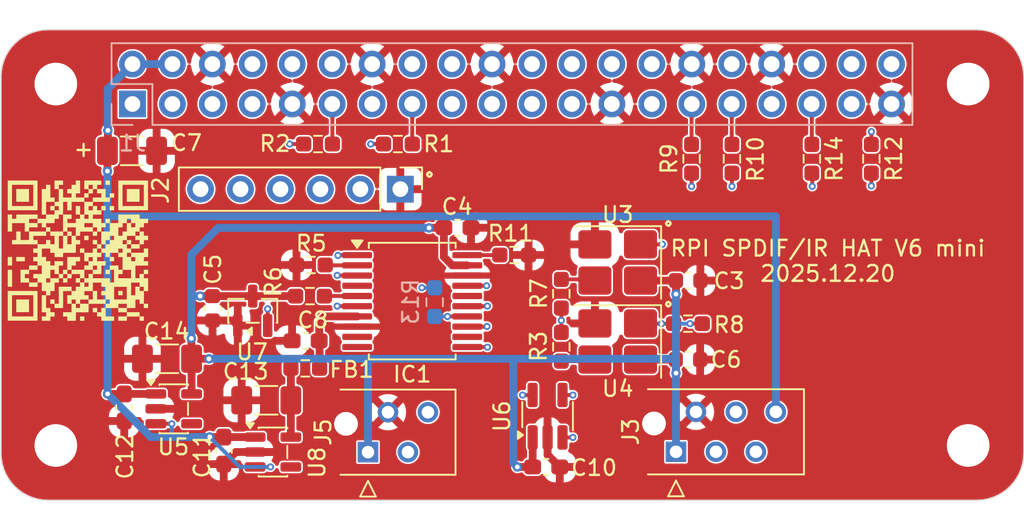
<source format=kicad_pcb>
(kicad_pcb (version 20241229) (generator "pcbnew") (generator_version "9.0")
  (title_block (date "2025-12-20"))
  (layers (0 "F.Cu" signal) (4 "In1.Cu" signal) (6 "In2.Cu" signal) (2 "B.Cu" signal) (13 "F.Paste" user) (15 "B.Paste" user) (5 "F.SilkS" user "F.Silkscreen") (7 "B.SilkS" user "B.Silkscreen") (1 "F.Mask" user) (3 "B.Mask" user) (25 "Edge.Cuts" user))
  (net 0 "")
  (net 1 "GND")
  (net 2 "/GPIO2{slash}SDA1")
  (net 3 "/GPIO3{slash}SCL1")
  (net 4 "/GPIO4{slash}GPCLK0")
  (net 5 "/GPIO14{slash}TXD0")
  (net 6 "/GPIO15{slash}RXD0")
  (net 7 "/GPIO17")
  (net 8 "/GPIO18{slash}PCM.CLK")
  (net 9 "/GPIO27")
  (net 10 "/GPIO22")
  (net 11 "/GPIO23")
  (net 12 "/GPIO26")
  (net 13 "/GPIO24")
  (net 14 "/GPIO10{slash}SPI0.MOSI")
  (net 15 "/GPIO9{slash}SPI0.MISO")
  (net 16 "/GPIO25")
  (net 17 "/GPIO11{slash}SPI0.SCLK")
  (net 18 "/GPIO8{slash}SPI0.CE0")
  (net 19 "/GPIO7{slash}SPI0.CE1")
  (net 20 "/ID_SDA")
  (net 21 "/ID_SCL")
  (net 22 "/GPIO5")
  (net 23 "/GPIO6")
  (net 24 "/GPIO12{slash}PWM0")
  (net 25 "/GPIO13{slash}PWM1")
  (net 26 "/GPIO19{slash}PCM.FS")
  (net 27 "/GPIO16")
  (net 28 "/GPIO20{slash}PCM.DIN")
  (net 29 "/GPIO21{slash}PCM.DOUT")
  (net 30 "+5V")
  (net 31 "+3V3")
  (net 32 "Net-(IC1-XIN)")
  (net 35 "Net-(IC1-GPO0{slash}SWIFMODE)")
  (net 36 "Net-(IC1-CSB{slash}GPO1)")
  (net 37 "Net-(IC1-RESETB)")
  (net 41 "Net-(IC1-RX0)")
  (net 42 "/IRIN")
  (net 43 "Net-(IC1-PVDD)")
  (net 47 "Net-(U4-CLK)")
  (net 48 "Net-(U3-CLK)")
  (net 49 "Net-(U4-INH)")
  (net 50 "Net-(U3-INH)")
  (net 51 "+3.3VP")
  (net 52 "+3.3VA")
  (net 55 "Net-(IC1-DIN)")
  (net 56 "Net-(IC1-BCLK)")
  (net 57 "Net-(IC1-LRCLK)")
  (net 58 "Net-(IC1-TX0)")
  (net 60 "/SPDIF-")
  (net 61 "/SPDIF+")
  (footprint "Capacitor_SMD:C_1206_3216Metric_Pad1.33x1.80mm_HandSolder" (layer "F.Cu") (at 110.5677 90.983)
    (property "Reference" "C14" (at -0.0267 -1.7526 0) (layer "F.SilkS"))
    (property "Value" "10uF/25V")
    (pad "1" smd roundrect (at -1.5625 0) (size 1.325 1.8) (layers "F.Cu" "F.Mask" "F.Paste") (roundrect_rratio 0.188679) (net 1 "GND"))
    (pad "2" smd roundrect (at 1.5625 0) (size 1.325 1.8) (layers "F.Cu" "F.Mask" "F.Paste") (roundrect_rratio 0.188679) (net 31 "+3V3"))
  )
  (footprint "MountingHole:MountingHole_2.7mm_M2.5" (layer "F.Cu") (at 161.5 73.5)
    (property "Reference" "MH2" (hide yes))
    (property "Value" "MountingHole_2.7mm_M2.5" (hide yes))
    (pad "" np_thru_hole circle (at 0 0) (size 2.7 2.7) (drill 2.7) (layers "*.Cu" "*.Mask"))
  )
  (footprint "Capacitor_SMD:C_1206_3216Metric_Pad1.33x1.80mm_HandSolder" (layer "F.Cu") (at 108.3435 77.7496)
    (property "Reference" "C7" (at 3.4675 -0.508 0) (layer "F.SilkS"))
    (property "Value" "47uF/6.3V")
    (pad "1" smd roundrect (at -1.5625 0) (size 1.325 1.8) (layers "F.Cu" "F.Mask" "F.Paste") (roundrect_rratio 0.188679) (net 30 "+5V"))
    (pad "2" smd roundrect (at 1.5625 0) (size 1.325 1.8) (layers "F.Cu" "F.Mask" "F.Paste") (roundrect_rratio 0.188679) (net 1 "GND"))
  )
  (footprint "Resistor_SMD:R_0603_1608Metric_Pad0.98x0.95mm_HandSolder" (layer "F.Cu") (at 120.1695 77.3178)
    (property "Reference" "R2" (at -2.7451 -0.0254 0) (layer "F.SilkS"))
    (property "Value" "0R")
    (pad "1" smd roundrect (at -0.9125 0) (size 0.975 0.95) (layers "F.Cu" "F.Mask" "F.Paste") (net 42 "/IRIN"))
    (pad "2" smd roundrect (at 0.9125 0) (size 0.975 0.95) (layers "F.Cu" "F.Mask" "F.Paste") (net 7 "/GPIO17"))
  )
  (footprint "Resistor_SMD:R_0603_1608Metric_Pad0.98x0.95mm_HandSolder" (layer "F.Cu") (at 119.6577 86.9952 180)
    (property "Reference" "R6" (at 2.3349 0.9144 90) (layer "F.SilkS"))
    (property "Value" "10k")
    (pad "1" smd roundrect (at -0.9125 0 180) (size 0.975 0.95) (layers "F.Cu" "F.Mask" "F.Paste") (net 36 "Net-(IC1-CSB{slash}GPO1)"))
    (pad "2" smd roundrect (at 0.9125 0 180) (size 0.975 0.95) (layers "F.Cu" "F.Mask" "F.Paste") (net 31 "+3V3"))
  )
  (footprint "Capacitor_SMD:C_0603_1608Metric_Pad1.08x0.95mm_HandSolder" (layer "F.Cu") (at 134.6749 97.8664 180)
    (property "Reference" "C10" (at -3.0441 -0.0508 0) (layer "F.SilkS"))
    (property "Value" "1uF/25V")
    (pad "1" smd roundrect (at -0.8625 0 180) (size 1.075 0.95) (layers "F.Cu" "F.Mask" "F.Paste") (net 1 "GND"))
    (pad "2" smd roundrect (at 0.8625 0 180) (size 1.075 0.95) (layers "F.Cu" "F.Mask" "F.Paste") (net 31 "+3V3"))
  )
  (footprint "Resistor_SMD:R_0603_1608Metric_Pad0.98x0.95mm_HandSolder" (layer "F.Cu") (at 155.3466 78.2557 -90)
    (property "Reference" "R12" (at 0 -1.43 90) (layer "F.SilkS"))
    (property "Value" "33R")
    (pad "1" smd roundrect (at -0.9125 0 270) (size 0.975 0.95) (layers "F.Cu" "F.Mask" "F.Paste") (net 29 "/GPIO21{slash}PCM.DOUT"))
    (pad "2" smd roundrect (at 0.9125 0 270) (size 0.975 0.95) (layers "F.Cu" "F.Mask" "F.Paste") (net 55 "Net-(IC1-DIN)"))
  )
  (footprint "Package_TO_SOT_SMD:SOT-23-5" (layer "F.Cu") (at 117.3029 96.9164)
    (property "Reference" "U8" (at 2.8139 0.6706 90) (layer "F.SilkS"))
    (property "Value" "NCP163ASN330T1G")
    (pad "1" smd roundrect (at -1.1375 -0.95) (size 1.325 0.6) (layers "F.Cu" "F.Mask" "F.Paste") (net 30 "+5V"))
    (pad "2" smd roundrect (at -1.1375 0) (size 1.325 0.6) (layers "F.Cu" "F.Mask" "F.Paste") (net 1 "GND"))
    (pad "3" smd roundrect (at -1.1375 0.95) (size 1.325 0.6) (layers "F.Cu" "F.Mask" "F.Paste") (net 30 "+5V"))
    (pad "4" smd roundrect (at 1.1375 0.95) (size 1.325 0.6) (layers "F.Cu" "F.Mask" "F.Paste"))
    (pad "5" smd roundrect (at 1.1375 -0.95) (size 1.325 0.6) (layers "F.Cu" "F.Mask" "F.Paste") (net 52 "+3.3VA"))
  )
  (footprint "Capacitor_SMD:C_0603_1608Metric_Pad1.08x0.95mm_HandSolder" (layer "F.Cu") (at 107.8486 94.0807 90)
    (property "Reference" "C12" (at -3.1253 0.0508 90) (layer "F.SilkS"))
    (property "Value" "1uF/25V")
    (pad "1" smd roundrect (at -0.8625 0 90) (size 1.075 0.95) (layers "F.Cu" "F.Mask" "F.Paste") (net 1 "GND"))
    (pad "2" smd roundrect (at 0.8625 0 90) (size 1.075 0.95) (layers "F.Cu" "F.Mask" "F.Paste") (net 30 "+5V"))
  )
  (footprint "Resistor_SMD:R_0603_1608Metric_Pad0.98x0.95mm_HandSolder" (layer "F.Cu") (at 132.6371 84.379)
    (property "Reference" "R11" (at -0.2267 -1.3716 0) (layer "F.SilkS"))
    (property "Value" "10k")
    (pad "1" smd roundrect (at -0.9125 0) (size 0.975 0.95) (layers "F.Cu" "F.Mask" "F.Paste") (net 41 "Net-(IC1-RX0)"))
    (pad "2" smd roundrect (at 0.9125 0) (size 0.975 0.95) (layers "F.Cu" "F.Mask" "F.Paste") (net 1 "GND"))
  )
  (footprint "Resistor_SMD:R_0603_1608Metric_Pad0.98x0.95mm_HandSolder" (layer "F.Cu") (at 119.7123 85.014 180)
    (property "Reference" "R5" (at -0.0235 1.3716 0) (layer "F.SilkS"))
    (property "Value" "10k")
    (pad "1" smd roundrect (at -0.9125 0 180) (size 0.975 0.95) (layers "F.Cu" "F.Mask" "F.Paste") (net 35 "Net-(IC1-GPO0{slash}SWIFMODE)"))
    (pad "2" smd roundrect (at 0.9125 0 180) (size 0.975 0.95) (layers "F.Cu" "F.Mask" "F.Paste") (net 1 "GND"))
  )
  (footprint "Resistor_SMD:R_0603_1608Metric_Pad0.98x0.95mm_HandSolder" (layer "F.Cu") (at 143.9166 78.2557 90)
    (property "Reference" "R9" (at 0 -1.43 90) (layer "F.SilkS"))
    (property "Value" "0R")
    (pad "1" smd roundrect (at -0.9125 0 90) (size 0.975 0.95) (layers "F.Cu" "F.Mask" "F.Paste") (net 49 "Net-(U4-INH)"))
    (pad "2" smd roundrect (at 0.9125 0 90) (size 0.975 0.95) (layers "F.Cu" "F.Mask" "F.Paste") (net 22 "/GPIO5"))
  )
  (footprint "Connector_PinHeader_2.54mm:PinHeader_1x06_P2.54mm_Vertical" (layer "F.Cu") (at 125.4 80.188 -90)
    (property "Reference" "J2" (at 0.0762 15.24 90) (layer "F.SilkS"))
    (property "Value" "TTL-232R-3V3")
    (pad "1" thru_hole rect (at 0 0 270) (size 1.7 1.7) (drill 1) (layers "*.Cu" "*.Mask") (net 1 "GND"))
    (pad "2" thru_hole circle (at 0 2.54 270) (size 1.7 1.7) (drill 1) (layers "*.Cu" "*.Mask"))
    (pad "3" thru_hole circle (at 0 5.08 270) (size 1.7 1.7) (drill 1) (layers "*.Cu" "*.Mask"))
    (pad "4" thru_hole circle (at 0 7.62 270) (size 1.7 1.7) (drill 1) (layers "*.Cu" "*.Mask") (net 6 "/GPIO15{slash}RXD0"))
    (pad "5" thru_hole circle (at 0 10.16 270) (size 1.7 1.7) (drill 1) (layers "*.Cu" "*.Mask") (net 5 "/GPIO14{slash}TXD0"))
    (pad "6" thru_hole circle (at 0 12.7 270) (size 1.7 1.7) (drill 1) (layers "*.Cu" "*.Mask"))
  )
  (footprint "Resistor_SMD:R_0603_1608Metric_Pad0.98x0.95mm_HandSolder" (layer "F.Cu") (at 146.482 78.2557 90)
    (property "Reference" "R10" (at -0.0273 1.4986 90) (layer "F.SilkS"))
    (property "Value" "0R")
    (pad "1" smd roundrect (at -0.9125 0 90) (size 0.975 0.95) (layers "F.Cu" "F.Mask" "F.Paste") (net 50 "Net-(U3-INH)"))
    (pad "2" smd roundrect (at 0.9125 0 90) (size 0.975 0.95) (layers "F.Cu" "F.Mask" "F.Paste") (net 23 "/GPIO6"))
  )
  (footprint "MountingHole:MountingHole_2.7mm_M2.5" (layer "F.Cu") (at 103.5 96.5)
    (property "Reference" "MH3" (hide yes))
    (property "Value" "MountingHole_2.7mm_M2.5" (hide yes))
    (pad "" np_thru_hole circle (at 0 0) (size 2.7 2.7) (drill 2.7) (layers "*.Cu" "*.Mask"))
  )
  (footprint "Capacitor_SMD:C_0603_1608Metric_Pad1.08x0.95mm_HandSolder" (layer "F.Cu") (at 114.1732 96.8261 90)
    (property "Reference" "C11" (at -0.3037 -1.3716 90) (layer "F.SilkS"))
    (property "Value" "1uF/25V")
    (pad "1" smd roundrect (at -0.8625 0 90) (size 1.075 0.95) (layers "F.Cu" "F.Mask" "F.Paste") (net 1 "GND"))
    (pad "2" smd roundrect (at 0.8625 0 90) (size 1.075 0.95) (layers "F.Cu" "F.Mask" "F.Paste") (net 30 "+5V"))
  )
  (footprint "Package_TO_SOT_SMD:SOT-23-5" (layer "F.Cu") (at 110.9927 94.1682)
    (property "Reference" "U5" (at -0.0199 2.4282 0) (layer "F.SilkS"))
    (property "Value" "NCP163ASN330T1G")
    (pad "1" smd roundrect (at -1.1375 -0.95) (size 1.325 0.6) (layers "F.Cu" "F.Mask" "F.Paste") (net 30 "+5V"))
    (pad "2" smd roundrect (at -1.1375 0) (size 1.325 0.6) (layers "F.Cu" "F.Mask" "F.Paste") (net 1 "GND"))
    (pad "3" smd roundrect (at -1.1375 0.95) (size 1.325 0.6) (layers "F.Cu" "F.Mask" "F.Paste") (net 30 "+5V"))
    (pad "4" smd roundrect (at 1.1375 0.95) (size 1.325 0.6) (layers "F.Cu" "F.Mask" "F.Paste"))
    (pad "5" smd roundrect (at 1.1375 -0.95) (size 1.325 0.6) (layers "F.Cu" "F.Mask" "F.Paste") (net 31 "+3V3"))
  )
  (footprint "MountingHole:MountingHole_2.7mm_M2.5" (layer "F.Cu") (at 103.5 73.5)
    (property "Reference" "MH1" (hide yes))
    (property "Value" "MountingHole_2.7mm_M2.5" (hide yes))
    (pad "" np_thru_hole circle (at 0 0) (size 2.7 2.7) (drill 2.7) (layers "*.Cu" "*.Mask"))
  )
  (footprint "LOGO" (layer "F.Cu") (at 104.9022 84.0996)
    (property "Reference" "G***" (hide yes))
    (property "Value" "LOGO" (hide yes))
  )
  (footprint "Capacitor_SMD:C_0603_1608Metric" (layer "F.Cu") (at 143.688 91.0338)
    (property "Reference" "C6" (at 2.4254 0 0) (layer "F.SilkS"))
    (property "Value" "1uF/25V")
    (pad "1" smd roundrect (at -0.775 0) (size 0.9 0.95) (layers "F.Cu" "F.Mask" "F.Paste") (net 31 "+3V3"))
    (pad "2" smd roundrect (at 0.775 0) (size 0.9 0.95) (layers "F.Cu" "F.Mask" "F.Paste") (net 1 "GND"))
  )
  (footprint "Capacitor_SMD:C_0603_1608Metric_Pad1.08x0.95mm_HandSolder" (layer "F.Cu") (at 129.0311 82.644045 180)
    (property "Reference" "C4" (at 0.0243 1.338445 180) (layer "F.SilkS"))
    (property "Value" "1uF/25V")
    (pad "1" smd roundrect (at -0.8625 0 180) (size 1.075 0.95) (layers "F.Cu" "F.Mask" "F.Paste") (net 1 "GND"))
    (pad "2" smd roundrect (at 0.8625 0 180) (size 1.075 0.95) (layers "F.Cu" "F.Mask" "F.Paste") (net 31 "+3V3"))
  )
  (footprint "Resistor_SMD:R_0603_1608Metric_Pad0.98x0.95mm_HandSolder" (layer "F.Cu") (at 135.6362 86.8447 90)
    (property "Reference" "R7" (at 0 -1.43 90) (layer "F.SilkS"))
    (property "Value" "33R")
    (pad "1" smd roundrect (at -0.9125 0 90) (size 0.975 0.95) (layers "F.Cu" "F.Mask" "F.Paste") (net 32 "Net-(IC1-XIN)"))
    (pad "2" smd roundrect (at 0.9125 0 90) (size 0.975 0.95) (layers "F.Cu" "F.Mask" "F.Paste") (net 48 "Net-(U3-CLK)"))
  )
  (footprint "Connector_TE-Connectivity:TE_Micro-MaTch_215079-4_2x02_P1.27mm_Vertical" (layer "F.Cu") (at 123.3456 96.9232 90)
    (property "Reference" "J5" (at 1.27 -2.85 90) (layer "F.SilkS"))
    (property "Value" "TE MicroMatch")
    (pad "" np_thru_hole circle (at 1.8 -1.4 90) (size 1.5 1.5) (drill 1.5) (layers "*.Cu" "*.Mask"))
    (pad "1" thru_hole rect (at 0 0 90) (size 1.3 1.3) (drill 0.8) (layers "*.Cu" "*.Mask") (net 31 "+3V3"))
    (pad "2" thru_hole circle (at 2.54 1.27 90) (size 1.3 1.3) (drill 0.8) (layers "*.Cu" "*.Mask") (net 1 "GND"))
    (pad "3" thru_hole circle (at 0 2.54 90) (size 1.3 1.3) (drill 0.8) (layers "*.Cu" "*.Mask") (net 42 "/IRIN"))
    (pad "4" thru_hole circle (at 2.54 3.81 90) (size 1.3 1.3) (drill 0.8) (layers "*.Cu" "*.Mask"))
  )
  (footprint "Package_SO:SSOP-20_5.3x7.2mm_P0.65mm" (layer "F.Cu") (at 126.1568 87.312445)
    (property "Reference" "IC1" (at 0 4.661155 0) (layer "F.SilkS"))
    (property "Value" "WM8804GEDS_V")
    (pad "1" smd roundrect (at -3.5 -2.925) (size 1.9 0.4) (layers "F.Cu" "F.Mask" "F.Paste") (net 3 "/GPIO3{slash}SCL1"))
    (pad "2" smd roundrect (at -3.5 -2.275) (size 1.9 0.4) (layers "F.Cu" "F.Mask" "F.Paste") (net 35 "Net-(IC1-GPO0{slash}SWIFMODE)"))
    (pad "3" smd roundrect (at -3.5 -1.625) (size 1.9 0.4) (layers "F.Cu" "F.Mask" "F.Paste") (net 2 "/GPIO2{slash}SDA1"))
    (pad "4" smd roundrect (at -3.5 -0.975) (size 1.9 0.4) (layers "F.Cu" "F.Mask" "F.Paste"))
    (pad "5" smd roundrect (at -3.5 -0.325) (size 1.9 0.4) (layers "F.Cu" "F.Mask" "F.Paste") (net 36 "Net-(IC1-CSB{slash}GPO1)"))
    (pad "6" smd roundrect (at -3.5 0.325) (size 1.9 0.4) (layers "F.Cu" "F.Mask" "F.Paste") (net 37 "Net-(IC1-RESETB)"))
    (pad "7" smd roundrect (at -3.5 0.975) (size 1.9 0.4) (layers "F.Cu" "F.Mask" "F.Paste") (net 43 "Net-(IC1-PVDD)"))
    (pad "8" smd roundrect (at -3.5 1.625) (size 1.9 0.4) (layers "F.Cu" "F.Mask" "F.Paste") (net 1 "GND"))
    (pad "9" smd roundrect (at -3.5 2.275) (size 1.9 0.4) (layers "F.Cu" "F.Mask" "F.Paste"))
    (pad "10" smd roundrect (at -3.5 2.925) (size 1.9 0.4) (layers "F.Cu" "F.Mask" "F.Paste"))
    (pad "11" smd roundrect (at 3.5 2.925) (size 1.9 0.4) (layers "F.Cu" "F.Mask" "F.Paste") (net 32 "Net-(IC1-XIN)"))
    (pad "12" smd roundrect (at 3.5 2.275) (size 1.9 0.4) (layers "F.Cu" "F.Mask" "F.Paste"))
    (pad "13" smd roundrect (at 3.5 1.625) (size 1.9 0.4) (layers "F.Cu" "F.Mask" "F.Paste") (net 55 "Net-(IC1-DIN)"))
    (pad "14" smd roundrect (at 3.5 0.975) (size 1.9 0.4) (layers "F.Cu" "F.Mask" "F.Paste") (net 56 "Net-(IC1-BCLK)"))
    (pad "15" smd roundrect (at 3.5 0.325) (size 1.9 0.4) (layers "F.Cu" "F.Mask" "F.Paste") (net 57 "Net-(IC1-LRCLK)"))
    (pad "16" smd roundrect (at 3.5 -0.325) (size 1.9 0.4) (layers "F.Cu" "F.Mask" "F.Paste"))
    (pad "17" smd roundrect (at 3.5 -0.975) (size 1.9 0.4) (layers "F.Cu" "F.Mask" "F.Paste") (net 58 "Net-(IC1-TX0)"))
    (pad "18" smd roundrect (at 3.5 -1.625) (size 1.9 0.4) (layers "F.Cu" "F.Mask" "F.Paste") (net 1 "GND"))
    (pad "19" smd roundrect (at 3.5 -2.275) (size 1.9 0.4) (layers "F.Cu" "F.Mask" "F.Paste") (net 31 "+3V3"))
    (pad "20" smd roundrect (at 3.5 -2.925) (size 1.9 0.4) (layers "F.Cu" "F.Mask" "F.Paste") (net 41 "Net-(IC1-RX0)"))
  )
  (footprint "Capacitor_SMD:C_0603_1608Metric_Pad1.08x0.95mm_HandSolder" (layer "F.Cu") (at 119.3813 89.84)
    (property "Reference" "C8" (at 0.4561 -1.3208 0) (layer "F.SilkS"))
    (property "Value" "1uF/25V")
    (pad "1" smd roundrect (at -0.8625 0) (size 1.075 0.95) (layers "F.Cu" "F.Mask" "F.Paste") (net 1 "GND"))
    (pad "2" smd roundrect (at 0.8625 0) (size 1.075 0.95) (layers "F.Cu" "F.Mask" "F.Paste") (net 43 "Net-(IC1-PVDD)"))
  )
  (footprint "Capacitor_SMD:C_0603_1608Metric" (layer "F.Cu") (at 143.701 86.0046)
    (property "Reference" "C3" (at 2.6032 0.0254 0) (layer "F.SilkS"))
    (property "Value" "1uF/25V")
    (pad "1" smd roundrect (at -0.775 0) (size 0.9 0.95) (layers "F.Cu" "F.Mask" "F.Paste") (net 31 "+3V3"))
    (pad "2" smd roundrect (at 0.775 0) (size 0.9 0.95) (layers "F.Cu" "F.Mask" "F.Paste") (net 1 "GND"))
  )
  (footprint "Resistor_SMD:R_0603_1608Metric_Pad0.98x0.95mm_HandSolder" (layer "F.Cu") (at 151.562 78.2557 -90)
    (property "Reference" "R14" (at 0 -1.43 90) (layer "F.SilkS"))
    (property "Value" "33R")
    (pad "1" smd roundrect (at -0.9125 0 270) (size 0.975 0.95) (layers "F.Cu" "F.Mask" "F.Paste") (net 26 "/GPIO19{slash}PCM.FS"))
    (pad "2" smd roundrect (at 0.9125 0 270) (size 0.975 0.95) (layers "F.Cu" "F.Mask" "F.Paste") (net 57 "Net-(IC1-LRCLK)"))
  )
  (footprint "Package_TO_SOT_SMD:SOT-23" (layer "F.Cu") (at 116.0172 87.9327 90)
    (property "Reference" "U7" (at -2.6185 -0.0406 180) (layer "F.SilkS"))
    (property "Value" "APX809S-31SA-7")
    (pad "1" smd roundrect (at -0.9375 -0.95 90) (size 1.475 0.6) (layers "F.Cu" "F.Mask" "F.Paste") (net 1 "GND"))
    (pad "2" smd roundrect (at -0.9375 0.95 90) (size 1.475 0.6) (layers "F.Cu" "F.Mask" "F.Paste") (net 37 "Net-(IC1-RESETB)"))
    (pad "3" smd roundrect (at 0.9375 0 90) (size 1.475 0.6) (layers "F.Cu" "F.Mask" "F.Paste") (net 31 "+3V3"))
  )
  (footprint "MountingHole:MountingHole_2.7mm_M2.5" (layer "F.Cu") (at 161.5 96.5)
    (property "Reference" "MH4" (hide yes))
    (property "Value" "MountingHole_2.7mm_M2.5" (hide yes))
    (pad "" np_thru_hole circle (at 0 0) (size 2.7 2.7) (drill 2.7) (layers "*.Cu" "*.Mask"))
  )
  (footprint "Capacitor_SMD:C_0603_1608Metric" (layer "F.Cu") (at 113.462 87.7702 -90)
    (property "Reference" "C5" (at -2.4768 -0.0254 90) (layer "F.SilkS"))
    (property "Value" "1uF/25V")
    (pad "1" smd roundrect (at -0.775 0 270) (size 0.9 0.95) (layers "F.Cu" "F.Mask" "F.Paste") (net 31 "+3V3"))
    (pad "2" smd roundrect (at 0.775 0 270) (size 0.9 0.95) (layers "F.Cu" "F.Mask" "F.Paste") (net 1 "GND"))
  )
  (footprint "Resistor_SMD:R_0603_1608Metric_Pad0.98x0.95mm_HandSolder" (layer "F.Cu") (at 135.6362 90.2191 -90)
    (property "Reference" "R3" (at -0.0235 1.4478 90) (layer "F.SilkS"))
    (property "Value" "33R")
    (pad "1" smd roundrect (at -0.9125 0 270) (size 0.975 0.95) (layers "F.Cu" "F.Mask" "F.Paste") (net 32 "Net-(IC1-XIN)"))
    (pad "2" smd roundrect (at 0.9125 0 270) (size 0.975 0.95) (layers "F.Cu" "F.Mask" "F.Paste") (net 47 "Net-(U4-CLK)"))
  )
  (footprint "Crystal:Crystal_SMD_3225-4Pin_3.2x2.5mm_HandSoldering" (layer "F.Cu") (at 139.2198 89.8838 180)
    (property "Reference" "U4" (at 0 -3 180) (layer "F.SilkS"))
    (property "Value" "KC3225Z22.5792C15XXK")
    (pad "1" smd roundrect (at -1.45 1.15 180) (size 2.1 1.8) (layers "F.Cu" "F.Mask" "F.Paste") (roundrect_rratio 0.138889) (net 49 "Net-(U4-INH)"))
    (pad "2" smd roundrect (at 1.45 1.15 180) (size 2.1 1.8) (layers "F.Cu" "F.Mask" "F.Paste") (roundrect_rratio 0.138889) (net 1 "GND"))
    (pad "3" smd roundrect (at 1.45 -1.15 180) (size 2.1 1.8) (layers "F.Cu" "F.Mask" "F.Paste") (roundrect_rratio 0.138889) (net 47 "Net-(U4-CLK)"))
    (pad "4" smd roundrect (at -1.45 -1.15 180) (size 2.1 1.8) (layers "F.Cu" "F.Mask" "F.Paste") (roundrect_rratio 0.138889) (net 31 "+3V3"))
  )
  (footprint "Resistor_SMD:R_0603_1608Metric_Pad0.98x0.95mm_HandSolder" (layer "F.Cu") (at 125.2457 77.3178)
    (property "Reference" "R1" (at 2.5927 0 0) (layer "F.SilkS"))
    (property "Value" "0R")
    (pad "1" smd roundrect (at -0.9125 0) (size 0.975 0.95) (layers "F.Cu" "F.Mask" "F.Paste") (net 42 "/IRIN"))
    (pad "2" smd roundrect (at 0.9125 0) (size 0.975 0.95) (layers "F.Cu" "F.Mask" "F.Paste") (net 10 "/GPIO22"))
  )
  (footprint "Capacitor_SMD:C_1206_3216Metric_Pad1.33x1.80mm_HandSolder" (layer "F.Cu") (at 116.8779 93.6246)
    (property "Reference" "C13" (at -1.3077 -1.8288 0) (layer "F.SilkS"))
    (property "Value" "10uF/25V")
    (pad "1" smd roundrect (at -1.5625 0) (size 1.325 1.8) (layers "F.Cu" "F.Mask" "F.Paste") (roundrect_rratio 0.188679) (net 1 "GND"))
    (pad "2" smd roundrect (at 1.5625 0) (size 1.325 1.8) (layers "F.Cu" "F.Mask" "F.Paste") (roundrect_rratio 0.188679) (net 52 "+3.3VA"))
  )
  (footprint "Package_TO_SOT_SMD:SOT-23-5_HandSoldering" (layer "F.Cu") (at 134.7624 94.6368 90)
    (property "Reference" "U6" (at 0 -2.9 90) (layer "F.SilkS"))
    (property "Value" "FIN1001")
    (pad "1" smd roundrect (at -1.35 -0.95 90) (size 1.56 0.65) (layers "F.Cu" "F.Mask" "F.Paste") (net 31 "+3V3"))
    (pad "2" smd roundrect (at -1.35 0 90) (size 1.56 0.65) (layers "F.Cu" "F.Mask" "F.Paste") (net 1 "GND"))
    (pad "3" smd roundrect (at -1.35 0.95 90) (size 1.56 0.65) (layers "F.Cu" "F.Mask" "F.Paste") (net 60 "/SPDIF-"))
    (pad "4" smd roundrect (at 1.35 0.95 90) (size 1.56 0.65) (layers "F.Cu" "F.Mask" "F.Paste") (net 61 "/SPDIF+"))
    (pad "5" smd roundrect (at 1.35 -0.95 90) (size 1.56 0.65) (layers "F.Cu" "F.Mask" "F.Paste") (net 58 "Net-(IC1-TX0)"))
  )
  (footprint "Crystal:Crystal_SMD_3225-4Pin_3.2x2.5mm_HandSoldering" (layer "F.Cu") (at 139.2198 84.8546 180)
    (property "Reference" "U3" (at 0 3.041 180) (layer "F.SilkS"))
    (property "Value" "KC3225Z24.5760C1KX00")
    (pad "1" smd roundrect (at -1.45 1.15 180) (size 2.1 1.8) (layers "F.Cu" "F.Mask" "F.Paste") (roundrect_rratio 0.138889) (net 50 "Net-(U3-INH)"))
    (pad "2" smd roundrect (at 1.45 1.15 180) (size 2.1 1.8) (layers "F.Cu" "F.Mask" "F.Paste") (roundrect_rratio 0.138889) (net 1 "GND"))
    (pad "3" smd roundrect (at 1.45 -1.15 180) (size 2.1 1.8) (layers "F.Cu" "F.Mask" "F.Paste") (roundrect_rratio 0.138889) (net 48 "Net-(U3-CLK)"))
    (pad "4" smd roundrect (at -1.45 -1.15 180) (size 2.1 1.8) (layers "F.Cu" "F.Mask" "F.Paste") (roundrect_rratio 0.138889) (net 31 "+3V3"))
  )
  (footprint "Connector_TE-Connectivity:TE_Micro-MaTch_215079-6_2x03_P1.27mm_Vertical" (layer "F.Cu") (at 142.926 96.9012 90)
    (property "Reference" "J3" (at 1.27 -2.88 90) (layer "F.SilkS"))
    (property "Value" "TE MicroMatch")
    (pad "" np_thru_hole circle (at 1.8 -1.4 90) (size 1.5 1.5) (drill 1.5) (layers "*.Cu" "*.Mask"))
    (pad "1" thru_hole rect (at 0 0 90) (size 1.3 1.3) (drill 0.8) (layers "*.Cu" "*.Mask") (net 31 "+3V3"))
    (pad "2" thru_hole circle (at 2.54 1.27 90) (size 1.3 1.3) (drill 0.8) (layers "*.Cu" "*.Mask") (net 1 "GND"))
    (pad "3" thru_hole circle (at 0 2.54 90) (size 1.3 1.3) (drill 0.8) (layers "*.Cu" "*.Mask") (net 60 "/SPDIF-"))
    (pad "4" thru_hole circle (at 2.54 3.81 90) (size 1.3 1.3) (drill 0.8) (layers "*.Cu" "*.Mask") (net 61 "/SPDIF+"))
    (pad "5" thru_hole circle (at 0 5.08 90) (size 1.3 1.3) (drill 0.8) (layers "*.Cu" "*.Mask"))
    (pad "6" thru_hole circle (at 2.54 6.35 90) (size 1.3 1.3) (drill 0.8) (layers "*.Cu" "*.Mask") (net 30 "+5V"))
  )
  (footprint "Resistor_SMD:R_0603_1608Metric_Pad0.98x0.95mm_HandSolder" (layer "F.Cu") (at 143.6861 88.7478)
    (property "Reference" "R8" (at 2.6181 0.0762 0) (layer "F.SilkS"))
    (property "Value" "10k")
    (pad "1" smd roundrect (at -0.9125 0) (size 0.975 0.95) (layers "F.Cu" "F.Mask" "F.Paste") (net 49 "Net-(U4-INH)"))
    (pad "2" smd roundrect (at 0.9125 0) (size 0.975 0.95) (layers "F.Cu" "F.Mask" "F.Paste") (net 31 "+3V3"))
  )
  (footprint "Resistor_SMD:R_0603_1608Metric_Pad0.98x0.95mm_HandSolder" (layer "F.Cu") (at 119.3567 91.5926 180)
    (property "Reference" "FB1" (at -2.9445 -0.0762 0) (layer "F.SilkS"))
    (property "Value" "1k@100MHz")
    (pad "1" smd roundrect (at -0.9125 0 180) (size 0.975 0.95) (layers "F.Cu" "F.Mask" "F.Paste") (net 43 "Net-(IC1-PVDD)"))
    (pad "2" smd roundrect (at 0.9125 0 180) (size 0.975 0.95) (layers "F.Cu" "F.Mask" "F.Paste") (net 52 "+3.3VA"))
  )
  (footprint "Connector_PinSocket_2.54mm:PinSocket_2x20_P2.54mm_Vertical" (layer "B.Cu") (at 108.37 74.77 -90)
    (property "Reference" "J1" (at 2.5 0 0) (layer "B.SilkS") (effects (justify mirror)))
    (property "Value" "GPIO")
    (pad "1" thru_hole rect (at 0 0 270) (size 1.7 1.7) (drill 1) (layers "*.Cu" "*.Mask") (net 51 "+3.3VP"))
    (pad "2" thru_hole circle (at -2.54 0 270) (size 1.7 1.7) (drill 1) (layers "*.Cu" "*.Mask") (net 30 "+5V"))
    (pad "3" thru_hole circle (at 0 -2.54 270) (size 1.7 1.7) (drill 1) (layers "*.Cu" "*.Mask") (net 2 "/GPIO2{slash}SDA1"))
    (pad "4" thru_hole circle (at -2.54 -2.54 270) (size 1.7 1.7) (drill 1) (layers "*.Cu" "*.Mask") (net 30 "+5V"))
    (pad "5" thru_hole circle (at 0 -5.08 270) (size 1.7 1.7) (drill 1) (layers "*.Cu" "*.Mask") (net 3 "/GPIO3{slash}SCL1"))
    (pad "6" thru_hole circle (at -2.54 -5.08 270) (size 1.7 1.7) (drill 1) (layers "*.Cu" "*.Mask") (net 1 "GND"))
    (pad "7" thru_hole circle (at 0 -7.62 270) (size 1.7 1.7) (drill 1) (layers "*.Cu" "*.Mask") (net 4 "/GPIO4{slash}GPCLK0"))
    (pad "8" thru_hole circle (at -2.54 -7.62 270) (size 1.7 1.7) (drill 1) (layers "*.Cu" "*.Mask") (net 5 "/GPIO14{slash}TXD0"))
    (pad "9" thru_hole circle (at 0 -10.16 270) (size 1.7 1.7) (drill 1) (layers "*.Cu" "*.Mask") (net 1 "GND"))
    (pad "10" thru_hole circle (at -2.54 -10.16 270) (size 1.7 1.7) (drill 1) (layers "*.Cu" "*.Mask") (net 6 "/GPIO15{slash}RXD0"))
    (pad "11" thru_hole circle (at 0 -12.7 270) (size 1.7 1.7) (drill 1) (layers "*.Cu" "*.Mask") (net 7 "/GPIO17"))
    (pad "12" thru_hole circle (at -2.54 -12.7 270) (size 1.7 1.7) (drill 1) (layers "*.Cu" "*.Mask") (net 8 "/GPIO18{slash}PCM.CLK"))
    (pad "13" thru_hole circle (at 0 -15.24 270) (size 1.7 1.7) (drill 1) (layers "*.Cu" "*.Mask") (net 9 "/GPIO27"))
    (pad "14" thru_hole circle (at -2.54 -15.24 270) (size 1.7 1.7) (drill 1) (layers "*.Cu" "*.Mask") (net 1 "GND"))
    (pad "15" thru_hole circle (at 0 -17.78 270) (size 1.7 1.7) (drill 1) (layers "*.Cu" "*.Mask") (net 10 "/GPIO22"))
    (pad "16" thru_hole circle (at -2.54 -17.78 270) (size 1.7 1.7) (drill 1) (layers "*.Cu" "*.Mask") (net 11 "/GPIO23"))
    (pad "17" thru_hole circle (at 0 -20.32 270) (size 1.7 1.7) (drill 1) (layers "*.Cu" "*.Mask") (net 51 "+3.3VP"))
    (pad "18" thru_hole circle (at -2.54 -20.32 270) (size 1.7 1.7) (drill 1) (layers "*.Cu" "*.Mask") (net 13 "/GPIO24"))
    (pad "19" thru_hole circle (at 0 -22.86 270) (size 1.7 1.7) (drill 1) (layers "*.Cu" "*.Mask") (net 14 "/GPIO10{slash}SPI0.MOSI"))
    (pad "20" thru_hole circle (at -2.54 -22.86 270) (size 1.7 1.7) (drill 1) (layers "*.Cu" "*.Mask") (net 1 "GND"))
    (pad "21" thru_hole circle (at 0 -25.4 270) (size 1.7 1.7) (drill 1) (layers "*.Cu" "*.Mask") (net 15 "/GPIO9{slash}SPI0.MISO"))
    (pad "22" thru_hole circle (at -2.54 -25.4 270) (size 1.7 1.7) (drill 1) (layers "*.Cu" "*.Mask") (net 16 "/GPIO25"))
    (pad "23" thru_hole circle (at 0 -27.94 270) (size 1.7 1.7) (drill 1) (layers "*.Cu" "*.Mask") (net 17 "/GPIO11{slash}SPI0.SCLK"))
    (pad "24" thru_hole circle (at -2.54 -27.94 270) (size 1.7 1.7) (drill 1) (layers "*.Cu" "*.Mask") (net 18 "/GPIO8{slash}SPI0.CE0"))
    (pad "25" thru_hole circle (at 0 -30.48 270) (size 1.7 1.7) (drill 1) (layers "*.Cu" "*.Mask") (net 1 "GND"))
    (pad "26" thru_hole circle (at -2.54 -30.48 270) (size 1.7 1.7) (drill 1) (layers "*.Cu" "*.Mask") (net 19 "/GPIO7{slash}SPI0.CE1"))
    (pad "27" thru_hole circle (at 0 -33.02 270) (size 1.7 1.7) (drill 1) (layers "*.Cu" "*.Mask") (net 20 "/ID_SDA"))
    (pad "28" thru_hole circle (at -2.54 -33.02 270) (size 1.7 1.7) (drill 1) (layers "*.Cu" "*.Mask") (net 21 "/ID_SCL"))
    (pad "29" thru_hole circle (at 0 -35.56 270) (size 1.7 1.7) (drill 1) (layers "*.Cu" "*.Mask") (net 22 "/GPIO5"))
    (pad "30" thru_hole circle (at -2.54 -35.56 270) (size 1.7 1.7) (drill 1) (layers "*.Cu" "*.Mask") (net 1 "GND"))
    (pad "31" thru_hole circle (at 0 -38.1 270) (size 1.7 1.7) (drill 1) (layers "*.Cu" "*.Mask") (net 23 "/GPIO6"))
    (pad "32" thru_hole circle (at -2.54 -38.1 270) (size 1.7 1.7) (drill 1) (layers "*.Cu" "*.Mask") (net 24 "/GPIO12{slash}PWM0"))
    (pad "33" thru_hole circle (at 0 -40.64 270) (size 1.7 1.7) (drill 1) (layers "*.Cu" "*.Mask") (net 25 "/GPIO13{slash}PWM1"))
    (pad "34" thru_hole circle (at -2.54 -40.64 270) (size 1.7 1.7) (drill 1) (layers "*.Cu" "*.Mask") (net 1 "GND"))
    (pad "35" thru_hole circle (at 0 -43.18 270) (size 1.7 1.7) (drill 1) (layers "*.Cu" "*.Mask") (net 26 "/GPIO19{slash}PCM.FS"))
    (pad "36" thru_hole circle (at -2.54 -43.18 270) (size 1.7 1.7) (drill 1) (layers "*.Cu" "*.Mask") (net 27 "/GPIO16"))
    (pad "37" thru_hole circle (at 0 -45.72 270) (size 1.7 1.7) (drill 1) (layers "*.Cu" "*.Mask") (net 12 "/GPIO26"))
    (pad "38" thru_hole circle (at -2.54 -45.72 270) (size 1.7 1.7) (drill 1) (layers "*.Cu" "*.Mask") (net 28 "/GPIO20{slash}PCM.DIN"))
    (pad "39" thru_hole circle (at 0 -48.26 270) (size 1.7 1.7) (drill 1) (layers "*.Cu" "*.Mask") (net 1 "GND"))
    (pad "40" thru_hole circle (at -2.54 -48.26 270) (size 1.7 1.7) (drill 1) (layers "*.Cu" "*.Mask") (net 29 "/GPIO21{slash}PCM.DOUT"))
  )
  (footprint "Resistor_SMD:R_0603_1608Metric_Pad0.98x0.95mm_HandSolder" (layer "B.Cu") (at 127.5844 87.3781 -90)
    (property "Reference" "R13" (at -0.0273 1.524 90) (layer "B.SilkS") (effects (justify mirror)))
    (property "Value" "33R")
    (pad "1" smd roundrect (at -0.9125 0 270) (size 0.975 0.95) (layers "B.Cu" "B.Mask" "B.Paste") (net 8 "/GPIO18{slash}PCM.CLK"))
    (pad "2" smd roundrect (at 0.9125 0 270) (size 0.975 0.95) (layers "B.Cu" "B.Mask" "B.Paste") (net 56 "Net-(IC1-BCLK)"))
  )
  (gr_arc (start 103 100) (mid 100.87868 99.12132) (end 100 97) (stroke (width 0.05)) (layer "Edge.Cuts"))
  (gr_arc (start 100 73.028) (mid 100.87868 70.90668) (end 103 70.028) (stroke (width 0.05)) (layer "Edge.Cuts"))
  (gr_line (start 103 70.028) (end 162.0494 70.028) (stroke (width 0.05)) (layer "Edge.Cuts"))
  (gr_arc (start 162.0494 70.028) (mid 164.17072 70.90668) (end 165.0494 73.028) (stroke (width 0.05)) (layer "Edge.Cuts"))
  (gr_arc (start 165.0494 97) (mid 164.17072 99.12132) (end 162.0494 100) (stroke (width 0.05)) (layer "Edge.Cuts"))
  (gr_line (start 100 97) (end 100 73.028) (stroke (width 0.05)) (layer "Edge.Cuts"))
  (gr_line (start 165.0494 73.028) (end 165.0494 97) (stroke (width 0.05)) (layer "Edge.Cuts"))
  (gr_line (start 162.0494 100) (end 103 100) (stroke (width 0.05)) (layer "Edge.Cuts"))
  (gr_text "°" (at 126.7716 80.2388 0) (layer "F.SilkS") (effects (font (size 1 1)) (justify left bottom)))
  (gr_text "°" (at 141.9608 83.363 0) (layer "F.SilkS") (effects (font (size 1 1)) (justify left bottom)))
  (gr_text "+" (at 104.5466 78.2068 0) (layer "F.SilkS") (effects (font (size 1 1)) (justify left bottom)))
  (gr_text "°" (at 141.9608 88.4938 0) (layer "F.SilkS") (effects (font (size 1 1)) (justify left bottom)))
  (gr_text "RPI SPDIF/IR HAT V6 mini\n2025.12.20" (at 152.578 84.76 0) (layer "F.SilkS") (effects (font (size 1 1))))
  (segment (start 114.9454 96.9164) (end 114.1732 97.6886) (width 0.5) (layer "F.Cu") (net 1))
  (segment (start 114.7422 88.5452) (end 115.0672 88.8702) (width 0.5) (layer "F.Cu") (net 1))
  (segment (start 116.1654 96.9164) (end 114.9454 96.9164) (width 0.5) (layer "F.Cu") (net 1))
  (segment (start 113.462 88.5452) (end 114.7422 88.5452) (width 0.5) (layer "F.Cu") (net 1))
  (segment (start 134.7624 95.9868) (end 134.7624 94.5492) (width 0.5) (layer "F.Cu") (net 1))
  (segment (start 116.1654 96.9164) (end 117.5616 96.9164) (width 0.5) (layer "F.Cu") (net 1))
  (segment (start 134.7624 94.5492) (end 134.7726 94.539) (width 0.5) (layer "F.Cu") (net 1))
  (segment (start 134.7624 97.0914) (end 135.5374 97.8664) (width 0.5) (layer "F.Cu") (net 1))
  (segment (start 117.5768 96.9012) (end 117.5616 96.9164) (width 0.5) (layer "F.Cu") (net 1))
  (segment (start 134.7624 95.9868) (end 134.7624 97.0914) (width 0.5) (layer "F.Cu") (net 1))
  (segment (start 122.6568 85.687445) (end 121.399845 85.687445) (width 0.25) (layer "F.Cu") (net 2))
  (segment (start 121.399845 85.687445) (end 121.3868 85.6744) (width 0.25) (layer "F.Cu") (net 2))
  (via (at 121.3868 85.6744) (size 0.45) (drill 0.225) (layers "F.Cu" "B.Cu") (net 2))
  (segment (start 122.6568 84.387445) (end 121.454555 84.387445) (width 0.25) (layer "F.Cu") (net 3))
  (segment (start 121.454555 84.387445) (end 121.4376 84.4044) (width 0.25) (layer "F.Cu") (net 3))
  (via (at 121.4376 84.4044) (size 0.45) (drill 0.225) (layers "F.Cu" "B.Cu") (net 3))
  (segment (start 121.082 74.782) (end 121.07 74.77) (width 0.25) (layer "F.Cu") (net 7))
  (segment (start 121.082 77.3178) (end 121.082 74.782) (width 0.25) (layer "F.Cu") (net 7))
  (via (at 126.7716 86.4618) (size 0.45) (drill 0.225) (layers "F.Cu" "B.Cu") (net 8))
  (segment (start 127.5844 86.4656) (end 126.7754 86.4656) (width 0.25) (layer "B.Cu") (net 8))
  (segment (start 126.7754 86.4656) (end 126.7716 86.4618) (width 0.25) (layer "B.Cu") (net 8))
  (segment (start 126.1582 77.3178) (end 126.1582 74.7782) (width 0.25) (layer "F.Cu") (net 10))
  (segment (start 126.1582 74.7782) (end 126.15 74.77) (width 0.25) (layer "F.Cu") (net 10))
  (segment (start 143.9166 77.3432) (end 143.9166 74.7834) (width 0.25) (layer "F.Cu") (net 22))
  (segment (start 143.9166 74.7834) (end 143.93 74.77) (width 0.25) (layer "F.Cu") (net 22))
  (segment (start 146.47 77.2296) (end 146.47 74.77) (width 0.25) (layer "F.Cu") (net 23))
  (segment (start 146.482 77.3432) (end 146.482 77.2416) (width 0.25) (layer "F.Cu") (net 23))
  (segment (start 146.482 77.2416) (end 146.47 77.2296) (width 0.25) (layer "F.Cu") (net 23))
  (segment (start 151.562 77.3432) (end 151.562 74.782) (width 0.25) (layer "F.Cu") (net 26))
  (segment (start 151.562 74.782) (end 151.55 74.77) (width 0.25) (layer "F.Cu") (net 26))
  (segment (start 155.3466 77.3432) (end 155.3466 76.5304) (width 0.25) (layer "F.Cu") (net 29))
  (via (at 155.3466 76.5304) (size 0.45) (drill 0.225) (layers "F.Cu" "B.Cu") (net 29))
  (segment (start 106.781 77.7496) (end 106.781 79.0442) (width 0.5) (layer "F.Cu") (net 30))
  (segment (start 109.8552 93.2182) (end 107.8486 93.2182) (width 0.5) (layer "F.Cu") (net 30))
  (segment (start 110.8662 95.1182) (end 110.8712 95.1232) (width 0.25) (layer "F.Cu") (net 30))
  (segment (start 109.8552 95.1182) (end 110.8662 95.1182) (width 0.25) (layer "F.Cu") (net 30))
  (segment (start 114.1732 95.9636) (end 113.2864 95.9636) (width 0.5) (layer "F.Cu") (net 30))
  (segment (start 106.781 79.0442) (end 106.7818 79.045) (width 0.5) (layer "F.Cu") (net 30))
  (segment (start 114.4272 95.9664) (end 116.1654 95.9664) (width 0.5) (layer "F.Cu") (net 30))
  (segment (start 106.8072 76.4542) (end 106.8072 77.7234) (width 0.5) (layer "F.Cu") (net 30))
  (segment (start 113.2864 95.9636) (end 113.2842 95.9614) (width 0.5) (layer "F.Cu") (net 30))
  (segment (start 106.8072 77.7234) (end 106.781 77.7496) (width 0.5) (layer "F.Cu") (net 30))
  (segment (start 107.8486 93.2182) (end 106.789 93.2182) (width 0.5) (layer "F.Cu") (net 30))
  (segment (start 116.1654 97.8664) (end 117.145 97.8664) (width 0.25) (layer "F.Cu") (net 30))
  (via (at 113.2842 95.9614) (size 0.6) (drill 0.3) (layers "F.Cu" "B.Cu") (net 30))
  (via (at 106.7818 79.045) (size 0.6) (drill 0.3) (layers "F.Cu" "B.Cu") (net 30))
  (via (at 106.8072 76.4542) (size 0.6) (drill 0.3) (layers "F.Cu" "B.Cu") (net 30))
  (via (at 106.789 93.2182) (size 0.6) (drill 0.3) (layers "F.Cu" "B.Cu") (net 30))
  (via (at 110.8712 95.1232) (size 0.45) (drill 0.225) (layers "F.Cu" "B.Cu") (net 30))
  (via (at 117.145 97.8664) (size 0.45) (drill 0.225) (layers "F.Cu" "B.Cu") (net 30))
  (segment (start 149.276 94.3612) (end 149.276 81.9224) (width 0.5) (layer "B.Cu") (net 30))
  (segment (start 117.145 97.8664) (end 115.1892 97.8664) (width 0.25) (layer "B.Cu") (net 30))
  (segment (start 115.1892 97.8664) (end 113.2842 95.9614) (width 0.25) (layer "B.Cu") (net 30))
  (segment (start 108.37 72.23) (end 110.91 72.23) (width 0.5) (layer "B.Cu") (net 30))
  (segment (start 108.37 72.23) (end 106.8072 73.7928) (width 0.5) (layer "B.Cu") (net 30))
  (segment (start 110.8712 95.9614) (end 109.5322 95.9614) (width 0.5) (layer "B.Cu") (net 30))
  (segment (start 106.789 81.9224) (end 106.789 93.2182) (width 0.5) (layer "B.Cu") (net 30))
  (segment (start 109.5322 95.9614) (end 106.789 93.2182) (width 0.5) (layer "B.Cu") (net 30))
  (segment (start 106.7818 79.045) (end 106.7818 81.9152) (width 0.5) (layer "B.Cu") (net 30))
  (segment (start 149.276 81.9224) (end 106.789 81.9224) (width 0.5) (layer "B.Cu") (net 30))
  (segment (start 106.789 81.9224) (end 106.7818 81.9152) (width 0.5) (layer "B.Cu") (net 30))
  (segment (start 113.2842 95.9614) (end 110.8712 95.9614) (width 0.5) (layer "B.Cu") (net 30))
  (segment (start 110.8712 95.1232) (end 110.8712 95.9614) (width 0.25) (layer "B.Cu") (net 30))
  (segment (start 106.8072 73.7928) (end 106.8072 76.4542) (width 0.5) (layer "B.Cu") (net 30))
  (segment (start 142.913 91.8844) (end 142.926 91.8974) (width 0.5) (layer "F.Cu") (net 31))
  (segment (start 118.7452 86.9952) (end 116.0172 86.9952) (width 0.5) (layer "F.Cu") (net 31))
  (segment (start 142.913 91.0338) (end 142.913 91.8844) (width 0.5) (layer "F.Cu") (net 31))
  (segment (start 132.8422 97.8664) (end 133.8124 97.8664) (width 0.5) (layer "F.Cu") (net 31))
  (segment (start 129.6568 85.037445) (end 128.706801 85.037445) (width 0.5) (layer "F.Cu") (net 31))
  (segment (start 128.1686 84.499244) (end 128.1686 82.644045) (width 0.5) (layer "F.Cu") (net 31))
  (segment (start 133.8124 97.8664) (end 133.8124 95.9868) (width 0.5) (layer "F.Cu") (net 31))
  (segment (start 128.1686 82.644045) (end 127.236555 82.644045) (width 0.5) (layer "F.Cu") (net 31))
  (segment (start 142.926 86.8682) (end 142.926 86.0046) (width 0.5) (layer "F.Cu") (net 31))
  (segment (start 144.5986 88.7478) (end 143.815 88.7478) (width 0.25) (layer "F.Cu") (net 31))
  (segment (start 128.706801 85.037445) (end 128.1686 84.499244) (width 0.5) (layer "F.Cu") (net 31))
  (segment (start 112.1158 89.6876) (end 112.1158 90.9686) (width 0.5) (layer "F.Cu") (net 31))
  (segment (start 127.236555 82.644045) (end 127.2288 82.6518) (width 0.5) (layer "F.Cu") (net 31))
  (segment (start 113.462 86.9952) (end 112.6746 86.9952) (width 0.5) (layer "F.Cu") (net 31))
  (segment (start 112.1302 93.2182) (end 112.1302 90.983) (width 0.5) (layer "F.Cu") (net 31))
  (segment (start 142.926 86.0046) (end 140.6698 86.0046) (width 0.5) (layer "F.Cu") (net 31))
  (segment (start 140.6698 91.0338) (end 142.913 91.0338) (width 0.5) (layer "F.Cu") (net 31))
  (segment (start 112.1158 90.9686) (end 112.1302 90.983) (width 0.5) (layer "F.Cu") (net 31))
  (segment (start 116.0172 86.9952) (end 113.462 86.9952) (width 0.5) (layer "F.Cu") (net 31))
  (segment (start 112.1302 90.983) (end 113.2334 90.983) (width 0.5) (layer "F.Cu") (net 31))
  (via (at 132.8422 97.8664) (size 0.6) (drill 0.3) (layers "F.Cu" "B.Cu") (net 31))
  (via (at 143.815 88.7478) (size 0.45) (drill 0.225) (layers "F.Cu" "B.Cu") (net 31))
  (via (at 127.2288 82.6518) (size 0.6) (drill 0.3) (layers "F.Cu" "B.Cu") (net 31))
  (via (at 113.2334 90.983) (size 0.6) (drill 0.3) (layers "F.Cu" "B.Cu") (net 31))
  (via (at 142.926 86.8682) (size 0.6) (drill 0.3) (layers "F.Cu" "B.Cu") (net 31))
  (via (at 112.6746 86.9952) (size 0.6) (drill 0.3) (layers "F.Cu" "B.Cu") (net 31))
  (via (at 142.926 91.8974) (size 0.6) (drill 0.3) (layers "F.Cu" "B.Cu") (net 31))
  (via (at 112.1158 89.6876) (size 0.6) (drill 0.3) (layers "F.Cu" "B.Cu") (net 31))
  (segment (start 132.5882 91.0084) (end 132.6136 90.983) (width 0.5) (layer "B.Cu") (net 31))
  (segment (start 142.926 96.9012) (end 142.926 91.8974) (width 0.5) (layer "B.Cu") (net 31))
  (segment (start 112.1158 84.3536) (end 113.8176 82.6518) (width 0.5) (layer "B.Cu") (net 31))
  (segment (start 142.926 91.0084) (end 142.926 88.7732) (width 0.5) (layer "B.Cu") (net 31))
  (segment (start 142.9514 88.7478) (end 142.926 88.7732) (width 0.25) (layer "B.Cu") (net 31))
  (segment (start 123.3456 96.9232) (end 123.3456 91.0114) (width 0.5) (layer "B.Cu") (net 31))
  (segment (start 143.815 88.7478) (end 142.9514 88.7478) (width 0.25) (layer "B.Cu") (net 31))
  (segment (start 113.2334 90.983) (end 123.3172 90.983) (width 0.5) (layer "B.Cu") (net 31))
  (segment (start 113.8176 82.6518) (end 127.2288 82.6518) (width 0.5) (layer "B.Cu") (net 31))
  (segment (start 112.6746 86.9952) (end 112.1158 86.9952) (width 0.5) (layer "B.Cu") (net 31))
  (segment (start 132.6136 90.983) (end 142.9006 90.983) (width 0.5) (layer "B.Cu") (net 31))
  (segment (start 112.1158 89.6876) (end 112.1158 86.9952) (width 0.5) (layer "B.Cu") (net 31))
  (segment (start 132.5882 97.6124) (end 132.5882 91.0084) (width 0.5) (layer "B.Cu") (net 31))
  (segment (start 112.1158 86.9952) (end 112.1158 84.3536) (width 0.5) (layer "B.Cu") (net 31))
  (segment (start 142.926 91.8974) (end 142.926 91.0084) (width 0.5) (layer "B.Cu") (net 31))
  (segment (start 142.9006 90.983) (end 142.926 91.0084) (width 0.5) (layer "B.Cu") (net 31))
  (segment (start 142.926 88.7732) (end 142.926 86.8682) (width 0.5) (layer "B.Cu") (net 31))
  (segment (start 123.3172 90.983) (end 132.6136 90.983) (width 0.5) (layer "B.Cu") (net 31))
  (segment (start 132.8422 97.8664) (end 132.5882 97.6124) (width 0.5) (layer "B.Cu") (net 31))
  (segment (start 123.3456 91.0114) (end 123.3172 90.983) (width 0.5) (layer "B.Cu") (net 31))
  (segment (start 130.928245 90.237445) (end 130.9372 90.2464) (width 0.25) (layer "F.Cu") (net 32))
  (segment (start 135.6362 88.5446) (end 135.6362 87.7572) (width 0.25) (layer "F.Cu") (net 32))
  (segment (start 135.6362 89.3066) (end 135.6362 88.5446) (width 0.25) (layer "F.Cu") (net 32))
  (segment (start 129.6568 90.237445) (end 130.928245 90.237445) (width 0.25) (layer "F.Cu") (net 32))
  (via (at 135.6362 88.5446) (size 0.45) (drill 0.225) (layers "F.Cu" "B.Cu") (net 32))
  (via (at 130.9372 90.2464) (size 0.45) (drill 0.225) (layers "F.Cu" "B.Cu") (net 32))
  (segment (start 120.648245 85.037445) (end 120.6248 85.014) (width 0.25) (layer "F.Cu") (net 35))
  (segment (start 122.6568 85.037445) (end 120.648245 85.037445) (width 0.25) (layer "F.Cu") (net 35))
  (segment (start 120.577955 86.987445) (end 120.5702 86.9952) (width 0.25) (layer "F.Cu") (net 36))
  (segment (start 122.6568 86.987445) (end 120.577955 86.987445) (width 0.25) (layer "F.Cu") (net 36))
  (segment (start 121.394045 87.637445) (end 121.3868 87.6302) (width 0.25) (layer "F.Cu") (net 37))
  (segment (start 116.9672 87.808) (end 116.9672 88.8702) (width 0.25) (layer "F.Cu") (net 37))
  (segment (start 122.6568 87.637445) (end 121.394045 87.637445) (width 0.25) (layer "F.Cu") (net 37))
  (via (at 121.3868 87.6302) (size 0.45) (drill 0.225) (layers "F.Cu" "B.Cu") (net 37))
  (via (at 116.9672 87.808) (size 0.45) (drill 0.225) (layers "F.Cu" "B.Cu") (net 37))
  (segment (start 131.716155 84.387445) (end 131.7246 84.379) (width 0.25) (layer "F.Cu") (net 41))
  (segment (start 129.6568 84.387445) (end 131.716155 84.387445) (width 0.25) (layer "F.Cu") (net 41))
  (segment (start 119.257 77.3178) (end 118.3642 77.3178) (width 0.25) (layer "F.Cu") (net 42))
  (segment (start 124.3332 77.3178) (end 123.5204 77.3178) (width 0.25) (layer "F.Cu") (net 42))
  (via (at 118.3642 77.3178) (size 0.45) (drill 0.225) (layers "F.Cu" "B.Cu") (net 42))
  (via (at 123.5204 77.3178) (size 0.45) (drill 0.225) (layers "F.Cu" "B.Cu") (net 42))
  (segment (start 120.577155 88.287445) (end 122.6568 88.287445) (width 0.5) (layer "F.Cu") (net 43))
  (segment (start 120.2692 91.5926) (end 120.2692 89.8654) (width 0.5) (layer "F.Cu") (net 43))
  (segment (start 120.2692 89.8654) (end 120.2438 89.84) (width 0.5) (layer "F.Cu") (net 43))
  (segment (start 120.2438 88.6208) (end 120.577155 88.287445) (width 0.5) (layer "F.Cu") (net 43))
  (segment (start 120.2438 89.84) (end 120.2438 88.6208) (width 0.5) (layer "F.Cu") (net 43))
  (segment (start 137.672 91.1316) (end 137.7698 91.0338) (width 0.25) (layer "F.Cu") (net 47))
  (segment (start 135.6362 91.1316) (end 137.672 91.1316) (width 0.25) (layer "F.Cu") (net 47))
  (segment (start 135.6362 85.9322) (end 137.6974 85.9322) (width 0.25) (layer "F.Cu") (net 48))
  (segment (start 137.6974 85.9322) (end 137.7698 86.0046) (width 0.25) (layer "F.Cu") (net 48))
  (segment (start 142.0116 88.7478) (end 140.6838 88.7478) (width 0.25) (layer "F.Cu") (net 49))
  (segment (start 143.9166 80.0102) (end 143.9166 79.1682) (width 0.25) (layer "F.Cu") (net 49))
  (segment (start 142.7736 88.7478) (end 142.0116 88.7478) (width 0.25) (layer "F.Cu") (net 49))
  (segment (start 140.6838 88.7478) (end 140.6698 88.7338) (width 0.25) (layer "F.Cu") (net 49))
  (via (at 142.0116 88.7478) (size 0.45) (drill 0.225) (layers "F.Cu" "B.Cu") (net 49))
  (via (at 143.9166 80.0102) (size 0.45) (drill 0.225) (layers "F.Cu" "B.Cu") (net 49))
  (segment (start 146.482 80.0102) (end 146.482 79.1682) (width 0.25) (layer "F.Cu") (net 50))
  (segment (start 140.6698 83.7046) (end 142.051 83.7046) (width 0.25) (layer "F.Cu") (net 50))
  (segment (start 142.051 83.7046) (end 142.0624 83.6932) (width 0.25) (layer "F.Cu") (net 50))
  (via (at 142.0624 83.6932) (size 0.45) (drill 0.225) (layers "F.Cu" "B.Cu") (net 50))
  (via (at 146.482 80.0102) (size 0.45) (drill 0.225) (layers "F.Cu" "B.Cu") (net 50))
  (segment (start 118.4404 95.9664) (end 118.4404 93.904) (width 0.5) (layer "F.Cu") (net 52))
  (segment (start 118.4404 93.6246) (end 118.4404 91.5964) (width 0.5) (layer "F.Cu") (net 52))
  (segment (start 118.4404 91.5964) (end 118.4442 91.5926) (width 0.5) (layer "F.Cu") (net 52))
  (segment (start 130.899955 88.937445) (end 130.9118 88.9256) (width 0.25) (layer "F.Cu") (net 55))
  (segment (start 155.3466 79.9848) (end 155.3466 79.1682) (width 0.25) (layer "F.Cu") (net 55))
  (segment (start 129.6568 88.937445) (end 130.899955 88.937445) (width 0.25) (layer "F.Cu") (net 55))
  (via (at 155.3466 79.9848) (size 0.45) (drill 0.225) (layers "F.Cu" "B.Cu") (net 55))
  (via (at 130.9118 88.9256) (size 0.45) (drill 0.225) (layers "F.Cu" "B.Cu") (net 55))
  (segment (start 128.400355 88.287445) (end 128.3972 88.2906) (width 0.25) (layer "F.Cu") (net 56))
  (segment (start 129.6568 88.287445) (end 128.400355 88.287445) (width 0.25) (layer "F.Cu") (net 56))
  (via (at 128.3972 88.2906) (size 0.45) (drill 0.225) (layers "F.Cu" "B.Cu") (net 56))
  (segment (start 128.3972 88.2906) (end 127.5844 88.2906) (width 0.25) (layer "B.Cu") (net 56))
  (segment (start 151.5874 80.0102) (end 151.5874 79.1936) (width 0.25) (layer "F.Cu") (net 57))
  (segment (start 151.5874 79.1936) (end 151.562 79.1682) (width 0.25) (layer "F.Cu") (net 57))
  (segment (start 129.6568 87.637445) (end 130.929955 87.637445) (width 0.25) (layer "F.Cu") (net 57))
  (segment (start 130.929955 87.637445) (end 130.9372 87.6302) (width 0.25) (layer "F.Cu") (net 57))
  (via (at 151.5874 80.0102) (size 0.45) (drill 0.225) (layers "F.Cu" "B.Cu") (net 57))
  (via (at 130.9372 87.6302) (size 0.45) (drill 0.225) (layers "F.Cu" "B.Cu") (net 57))
  (segment (start 133.8048 93.2944) (end 133.8124 93.2868) (width 0.25) (layer "F.Cu") (net 58))
  (segment (start 129.6568 86.337445) (end 130.883755 86.337445) (width 0.25) (layer "F.Cu") (net 58))
  (segment (start 130.883755 86.337445) (end 130.8864 86.3348) (width 0.25) (layer "F.Cu") (net 58))
  (segment (start 133.1724 93.2944) (end 133.8048 93.2944) (width 0.25) (layer "F.Cu") (net 58))
  (via (at 130.8864 86.3348) (size 0.45) (drill 0.225) (layers "F.Cu" "B.Cu") (net 58))
  (via (at 133.1724 93.2944) (size 0.45) (drill 0.225) (layers "F.Cu" "B.Cu") (net 58))
  (segment (start 136.3728 95.9868) (end 135.7124 95.9868) (width 0.25) (layer "F.Cu") (net 60))
  (via (at 136.3728 95.9868) (size 0.45) (drill 0.225) (layers "F.Cu" "B.Cu") (net 60))
  (segment (start 136.3728 93.2944) (end 135.72 93.2944) (width 0.25) (layer "F.Cu") (net 61))
  (segment (start 135.72 93.2944) (end 135.7124 93.2868) (width 0.25) (layer "F.Cu") (net 61))
  (via (at 136.3728 93.2944) (size 0.45) (drill 0.225) (layers "F.Cu" "B.Cu") (net 61))
  (zone (net 1) (net_name "GND") (layer "F.Cu") (connect_pads (clearance 0)) (min_thickness 0.25) (fill yes (thermal_gap 0.5) (thermal_bridge_width 0.5))
    (polygon (pts (xy 100 70.028) (xy 100 100) (xy 165.024 100) (xy 165.024 70.028)))
  )
)
</source>
